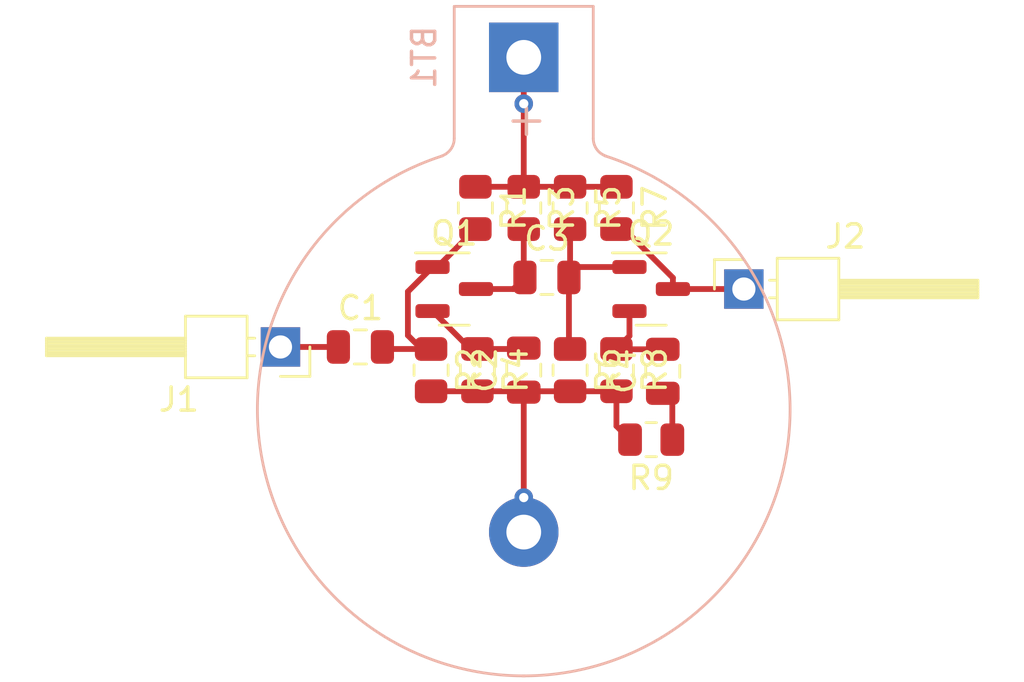
<source format=kicad_pcb>
(kicad_pcb (version 20210108) (generator pcbnew)
  (layers (0 "F.Cu" signal) (31 "B.Cu" signal) (34 "B.Paste" user) (35 "F.Paste" user) (36 "B.SilkS" user "B.Silkscreen") (37 "F.SilkS" user "F.Silkscreen") (38 "B.Mask" user) (39 "F.Mask" user) (44 "Edge.Cuts" user))
  (net 0 "")
  (net 1 "Net-(C1-Pad2)")
  (net 2 "Net-(C1-Pad1)")
  (net 3 "Net-(C2-Pad2)")
  (net 4 "GND")
  (net 5 "Net-(C3-Pad2)")
  (net 6 "Net-(C3-Pad1)")
  (net 7 "Net-(C4-Pad2)")
  (net 8 "Net-(C4-Pad1)")
  (net 9 "Net-(Q2-Pad3)")
  (net 10 "+9V")
  (footprint "Resistor_SMD:R_0805_2012Metric" (layer "F.Cu") (at 53.5 44 -90)
    (fp_text reference "R6" (at 0 -1.65 90) (layer "F.SilkS"))
    (fp_text value "1k")
    (fp_line (start -0.227064 0.735) (end 0.227064 0.735) (layer "F.SilkS") (width 0.12))
    (fp_line (start -0.227064 -0.735) (end 0.227064 -0.735) (layer "F.SilkS") (width 0.12))
    (pad "1" smd roundrect (at -0.9125 0 270) (size 1.025 1.4) (layers "F.Cu" "F.Paste" "F.Mask") (roundrect_rratio 0.243902) (net 5 "Net-(C3-Pad2)"))
    (pad "2" smd roundrect (at 0.9125 0 270) (size 1.025 1.4) (layers "F.Cu" "F.Paste" "F.Mask") (roundrect_rratio 0.243902) (net 4 "GND"))
  )
  (footprint "Connector_PinHeader_2.54mm:PinHeader_1x01_P2.54mm_Horizontal" (layer "F.Cu") (at 61 40.5)
    (fp_text reference "J2" (at 4.385 -2.27) (layer "F.SilkS"))
    (fp_text value "Conn_01x01_Female")
    (fp_line (start 1.11 0.38) (end 1.44 0.38) (layer "F.SilkS") (width 0.12))
    (fp_line (start 1.44 -1.33) (end 1.44 1.33) (layer "F.SilkS") (width 0.12))
    (fp_line (start 4.1 -0.08) (end 10.1 -0.08) (layer "F.SilkS") (width 0.12))
    (fp_line (start 4.1 -0.38) (end 10.1 -0.38) (layer "F.SilkS") (width 0.12))
    (fp_line (start -1.27 -1.27) (end 0 -1.27) (layer "F.SilkS") (width 0.12))
    (fp_line (start 4.1 -1.33) (end 1.44 -1.33) (layer "F.SilkS") (width 0.12))
    (fp_line (start 4.1 0.28) (end 10.1 0.28) (layer "F.SilkS") (width 0.12))
    (fp_line (start 4.1 0.04) (end 10.1 0.04) (layer "F.SilkS") (width 0.12))
    (fp_line (start -1.27 0) (end -1.27 -1.27) (layer "F.SilkS") (width 0.12))
    (fp_line (start 1.44 1.33) (end 4.1 1.33) (layer "F.SilkS") (width 0.12))
    (fp_line (start 10.1 0.38) (end 4.1 0.38) (layer "F.SilkS") (width 0.12))
    (fp_line (start 4.1 1.33) (end 4.1 -1.33) (layer "F.SilkS") (width 0.12))
    (fp_line (start 1.11 -0.38) (end 1.44 -0.38) (layer "F.SilkS") (width 0.12))
    (fp_line (start 4.1 0.16) (end 10.1 0.16) (layer "F.SilkS") (width 0.12))
    (fp_line (start 4.1 -0.32) (end 10.1 -0.32) (layer "F.SilkS") (width 0.12))
    (fp_line (start 10.1 -0.38) (end 10.1 0.38) (layer "F.SilkS") (width 0.12))
    (fp_line (start 4.1 -0.2) (end 10.1 -0.2) (layer "F.SilkS") (width 0.12))
    (pad "1" thru_hole rect (at 0 0) (size 1.7 1.7) (drill 1) (layers *.Cu *.Mask) (net 9 "Net-(Q2-Pad3)"))
  )
  (footprint "Capacitor_SMD:C_0805_2012Metric" (layer "F.Cu") (at 57.5 44.05 90)
    (fp_text reference "C4" (at 0 -1.68 90) (layer "F.SilkS"))
    (fp_text value "20uF")
    (fp_line (start -0.261252 0.735) (end 0.261252 0.735) (layer "F.SilkS") (width 0.12))
    (fp_line (start -0.261252 -0.735) (end 0.261252 -0.735) (layer "F.SilkS") (width 0.12))
    (pad "1" smd roundrect (at -0.95 0 90) (size 1 1.45) (layers "F.Cu" "F.Paste" "F.Mask") (net 8 "Net-(C4-Pad1)"))
    (pad "2" smd roundrect (at 0.95 0 90) (size 1 1.45) (layers "F.Cu" "F.Paste" "F.Mask") (net 7 "Net-(C4-Pad2)"))
  )
  (footprint "Resistor_SMD:R_0805_2012Metric" (layer "F.Cu") (at 53.5 37 -90)
    (fp_text reference "R5" (at 0 -1.65 90) (layer "F.SilkS"))
    (fp_text value "4k7")
    (fp_line (start -0.227064 -0.735) (end 0.227064 -0.735) (layer "F.SilkS") (width 0.12))
    (fp_line (start -0.227064 0.735) (end 0.227064 0.735) (layer "F.SilkS") (width 0.12))
    (pad "1" smd roundrect (at -0.9125 0 270) (size 1.025 1.4) (layers "F.Cu" "F.Paste" "F.Mask") (roundrect_rratio 0.243902) (net 10 "+9V"))
    (pad "2" smd roundrect (at 0.9125 0 270) (size 1.025 1.4) (layers "F.Cu" "F.Paste" "F.Mask") (roundrect_rratio 0.243902) (net 5 "Net-(C3-Pad2)"))
  )
  (footprint "Capacitor_SMD:C_0805_2012Metric" (layer "F.Cu") (at 51.5 44 90)
    (fp_text reference "C2" (at 0 -1.68 90) (layer "F.SilkS"))
    (fp_text value "20uF")
    (fp_line (start -0.261252 0.735) (end 0.261252 0.735) (layer "F.SilkS") (width 0.12))
    (fp_line (start -0.261252 -0.735) (end 0.261252 -0.735) (layer "F.SilkS") (width 0.12))
    (pad "1" smd roundrect (at -0.95 0 90) (size 1 1.45) (layers "F.Cu" "F.Paste" "F.Mask") (net 4 "GND"))
    (pad "2" smd roundrect (at 0.95 0 90) (size 1 1.45) (layers "F.Cu" "F.Paste" "F.Mask") (net 3 "Net-(C2-Pad2)"))
  )
  (footprint "Resistor_SMD:R_0805_2012Metric" (layer "F.Cu") (at 47.5 44 -90)
    (fp_text reference "R2" (at 0 -1.65 90) (layer "F.SilkS"))
    (fp_text value "1k")
    (fp_line (start -0.227064 0.735) (end 0.227064 0.735) (layer "F.SilkS") (width 0.12))
    (fp_line (start -0.227064 -0.735) (end 0.227064 -0.735) (layer "F.SilkS") (width 0.12))
    (pad "1" smd roundrect (at -0.9125 0 270) (size 1.025 1.4) (layers "F.Cu" "F.Paste" "F.Mask") (roundrect_rratio 0.243902) (net 1 "Net-(C1-Pad2)"))
    (pad "2" smd roundrect (at 0.9125 0 270) (size 1.025 1.4) (layers "F.Cu" "F.Paste" "F.Mask") (roundrect_rratio 0.243902) (net 4 "GND"))
  )
  (footprint "Resistor_SMD:R_0805_2012Metric" (layer "F.Cu") (at 49.4125 37 -90)
    (fp_text reference "R1" (at 0 -1.65 90) (layer "F.SilkS"))
    (fp_text value "4k7")
    (fp_line (start -0.227064 -0.735) (end 0.227064 -0.735) (layer "F.SilkS") (width 0.12))
    (fp_line (start -0.227064 0.735) (end 0.227064 0.735) (layer "F.SilkS") (width 0.12))
    (pad "1" smd roundrect (at -0.9125 0 270) (size 1.025 1.4) (layers "F.Cu" "F.Paste" "F.Mask") (roundrect_rratio 0.243902) (net 10 "+9V"))
    (pad "2" smd roundrect (at 0.9125 0 270) (size 1.025 1.4) (layers "F.Cu" "F.Paste" "F.Mask") (roundrect_rratio 0.243902) (net 1 "Net-(C1-Pad2)"))
  )
  (footprint "Resistor_SMD:R_0805_2012Metric" (layer "F.Cu") (at 57 47 180)
    (fp_text reference "R9" (at 0 -1.65) (layer "F.SilkS"))
    (fp_text value "50R")
    (fp_line (start -0.227064 0.735) (end 0.227064 0.735) (layer "F.SilkS") (width 0.12))
    (fp_line (start -0.227064 -0.735) (end 0.227064 -0.735) (layer "F.SilkS") (width 0.12))
    (pad "1" smd roundrect (at -0.9125 0 180) (size 1.025 1.4) (layers "F.Cu" "F.Paste" "F.Mask") (roundrect_rratio 0.243902) (net 8 "Net-(C4-Pad1)"))
    (pad "2" smd roundrect (at 0.9125 0 180) (size 1.025 1.4) (layers "F.Cu" "F.Paste" "F.Mask") (roundrect_rratio 0.243902) (net 4 "GND"))
  )
  (footprint "Capacitor_SMD:C_0805_2012Metric" (layer "F.Cu") (at 52.5 40)
    (fp_text reference "C3" (at 0 -1.68) (layer "F.SilkS"))
    (fp_text value "1uF")
    (fp_line (start -0.261252 -0.735) (end 0.261252 -0.735) (layer "F.SilkS") (width 0.12))
    (fp_line (start -0.261252 0.735) (end 0.261252 0.735) (layer "F.SilkS") (width 0.12))
    (pad "1" smd roundrect (at -0.95 0) (size 1 1.45) (layers "F.Cu" "F.Paste" "F.Mask") (net 6 "Net-(C3-Pad1)"))
    (pad "2" smd roundrect (at 0.95 0) (size 1 1.45) (layers "F.Cu" "F.Paste" "F.Mask") (net 5 "Net-(C3-Pad2)"))
  )
  (footprint "Resistor_SMD:R_0805_2012Metric" (layer "F.Cu") (at 49.5 44 -90)
    (fp_text reference "R4" (at 0 -1.65 90) (layer "F.SilkS"))
    (fp_text value "1k")
    (fp_line (start -0.227064 0.735) (end 0.227064 0.735) (layer "F.SilkS") (width 0.12))
    (fp_line (start -0.227064 -0.735) (end 0.227064 -0.735) (layer "F.SilkS") (width 0.12))
    (pad "1" smd roundrect (at -0.9125 0 270) (size 1.025 1.4) (layers "F.Cu" "F.Paste" "F.Mask") (roundrect_rratio 0.243902) (net 3 "Net-(C2-Pad2)"))
    (pad "2" smd roundrect (at 0.9125 0 270) (size 1.025 1.4) (layers "F.Cu" "F.Paste" "F.Mask") (roundrect_rratio 0.243902) (net 4 "GND"))
  )
  (footprint "Resistor_SMD:R_0805_2012Metric" (layer "F.Cu") (at 51.5 37 -90)
    (fp_text reference "R3" (at 0 -1.65 90) (layer "F.SilkS"))
    (fp_text value "4k7")
    (fp_line (start -0.227064 0.735) (end 0.227064 0.735) (layer "F.SilkS") (width 0.12))
    (fp_line (start -0.227064 -0.735) (end 0.227064 -0.735) (layer "F.SilkS") (width 0.12))
    (pad "1" smd roundrect (at -0.9125 0 270) (size 1.025 1.4) (layers "F.Cu" "F.Paste" "F.Mask") (roundrect_rratio 0.243902) (net 10 "+9V"))
    (pad "2" smd roundrect (at 0.9125 0 270) (size 1.025 1.4) (layers "F.Cu" "F.Paste" "F.Mask") (roundrect_rratio 0.243902) (net 6 "Net-(C3-Pad1)"))
  )
  (footprint "Package_TO_SOT_SMD:SOT-23" (layer "F.Cu") (at 57 40.5)
    (fp_text reference "Q2" (at 0 -2.4) (layer "F.SilkS"))
    (fp_text value "BC847")
    (fp_line (start 0 1.56) (end 0.65 1.56) (layer "F.SilkS") (width 0.12))
    (fp_line (start 0 -1.56) (end 0.65 -1.56) (layer "F.SilkS") (width 0.12))
    (fp_line (start 0 1.56) (end -0.65 1.56) (layer "F.SilkS") (width 0.12))
    (fp_line (start 0 -1.56) (end -1.675 -1.56) (layer "F.SilkS") (width 0.12))
    (pad "1" smd roundrect (at -0.9375 -0.95) (size 1.475 0.6) (layers "F.Cu" "F.Paste" "F.Mask") (net 5 "Net-(C3-Pad2)"))
    (pad "2" smd roundrect (at -0.9375 0.95) (size 1.475 0.6) (layers "F.Cu" "F.Paste" "F.Mask") (net 7 "Net-(C4-Pad2)"))
    (pad "3" smd roundrect (at 0.9375 0) (size 1.475 0.6) (layers "F.Cu" "F.Paste" "F.Mask") (net 9 "Net-(Q2-Pad3)"))
  )
  (footprint "Capacitor_SMD:C_0805_2012Metric" (layer "F.Cu") (at 44.45 43)
    (fp_text reference "C1" (at 0 -1.68) (layer "F.SilkS"))
    (fp_text value "1uF")
    (fp_line (start -0.261252 -0.735) (end 0.261252 -0.735) (layer "F.SilkS") (width 0.12))
    (fp_line (start -0.261252 0.735) (end 0.261252 0.735) (layer "F.SilkS") (width 0.12))
    (pad "1" smd roundrect (at -0.95 0) (size 1 1.45) (layers "F.Cu" "F.Paste" "F.Mask") (net 2 "Net-(C1-Pad1)"))
    (pad "2" smd roundrect (at 0.95 0) (size 1 1.45) (layers "F.Cu" "F.Paste" "F.Mask") (net 1 "Net-(C1-Pad2)"))
  )
  (footprint "Package_TO_SOT_SMD:SOT-23" (layer "F.Cu") (at 48.5 40.5)
    (fp_text reference "Q1" (at 0 -2.4) (layer "F.SilkS"))
    (fp_text value "BC847")
    (fp_line (start 0 -1.56) (end -1.675 -1.56) (layer "F.SilkS") (width 0.12))
    (fp_line (start 0 -1.56) (end 0.65 -1.56) (layer "F.SilkS") (width 0.12))
    (fp_line (start 0 1.56) (end 0.65 1.56) (layer "F.SilkS") (width 0.12))
    (fp_line (start 0 1.56) (end -0.65 1.56) (layer "F.SilkS") (width 0.12))
    (pad "1" smd roundrect (at -0.9375 -0.95) (size 1.475 0.6) (layers "F.Cu" "F.Paste" "F.Mask") (net 1 "Net-(C1-Pad2)"))
    (pad "2" smd roundrect (at -0.9375 0.95) (size 1.475 0.6) (layers "F.Cu" "F.Paste" "F.Mask") (net 3 "Net-(C2-Pad2)"))
    (pad "3" smd roundrect (at 0.9375 0) (size 1.475 0.6) (layers "F.Cu" "F.Paste" "F.Mask") (net 6 "Net-(C3-Pad1)"))
  )
  (footprint "Connector_PinHeader_2.54mm:PinHeader_1x01_P2.54mm_Horizontal" (layer "F.Cu") (at 41 43 180)
    (fp_text reference "J1" (at 4.385 -2.27) (layer "F.SilkS"))
    (fp_text value "Conn_01x01_Female")
    (fp_line (start 1.44 1.33) (end 4.1 1.33) (layer "F.SilkS") (width 0.12))
    (fp_line (start -1.27 0) (end -1.27 -1.27) (layer "F.SilkS") (width 0.12))
    (fp_line (start 4.1 0.28) (end 10.1 0.28) (layer "F.SilkS") (width 0.12))
    (fp_line (start 10.1 -0.38) (end 10.1 0.38) (layer "F.SilkS") (width 0.12))
    (fp_line (start 4.1 0.04) (end 10.1 0.04) (layer "F.SilkS") (width 0.12))
    (fp_line (start 4.1 1.33) (end 4.1 -1.33) (layer "F.SilkS") (width 0.12))
    (fp_line (start 4.1 -0.2) (end 10.1 -0.2) (layer "F.SilkS") (width 0.12))
    (fp_line (start 4.1 -0.08) (end 10.1 -0.08) (layer "F.SilkS") (width 0.12))
    (fp_line (start 4.1 -0.38) (end 10.1 -0.38) (layer "F.SilkS") (width 0.12))
    (fp_line (start -1.27 -1.27) (end 0 -1.27) (layer "F.SilkS") (width 0.12))
    (fp_line (start 1.44 -1.33) (end 1.44 1.33) (layer "F.SilkS") (width 0.12))
    (fp_line (start 4.1 0.16) (end 10.1 0.16) (layer "F.SilkS") (width 0.12))
    (fp_line (start 1.11 -0.38) (end 1.44 -0.38) (layer "F.SilkS") (width 0.12))
    (fp_line (start 4.1 -1.33) (end 1.44 -1.33) (layer "F.SilkS") (width 0.12))
    (fp_line (start 4.1 -0.32) (end 10.1 -0.32) (layer "F.SilkS") (width 0.12))
    (fp_line (start 1.11 0.38) (end 1.44 0.38) (layer "F.SilkS") (width 0.12))
    (fp_line (start 10.1 0.38) (end 4.1 0.38) (layer "F.SilkS") (width 0.12))
    (pad "1" thru_hole rect (at 0 0 180) (size 1.7 1.7) (drill 1) (layers *.Cu *.Mask) (net 2 "Net-(C1-Pad1)"))
  )
  (footprint "Resistor_SMD:R_0805_2012Metric" (layer "F.Cu") (at 55.5 37 -90)
    (fp_text reference "R7" (at 0 -1.65 90) (layer "F.SilkS"))
    (fp_text value "4k7")
    (fp_line (start -0.227064 0.735) (end 0.227064 0.735) (layer "F.SilkS") (width 0.12))
    (fp_line (start -0.227064 -0.735) (end 0.227064 -0.735) (layer "F.SilkS") (width 0.12))
    (pad "1" smd roundrect (at -0.9125 0 270) (size 1.025 1.4) (layers "F.Cu" "F.Paste" "F.Mask") (roundrect_rratio 0.243902) (net 10 "+9V"))
    (pad "2" smd roundrect (at 0.9125 0 270) (size 1.025 1.4) (layers "F.Cu" "F.Paste" "F.Mask") (roundrect_rratio 0.243902) (net 9 "Net-(Q2-Pad3)"))
  )
  (footprint "Resistor_SMD:R_0805_2012Metric" (layer "F.Cu") (at 55.5 44 -90)
    (fp_text reference "R8" (at 0 -1.65 90) (layer "F.SilkS"))
    (fp_text value "1k")
    (fp_line (start -0.227064 0.735) (end 0.227064 0.735) (layer "F.SilkS") (width 0.12))
    (fp_line (start -0.227064 -0.735) (end 0.227064 -0.735) (layer "F.SilkS") (width 0.12))
    (pad "1" smd roundrect (at -0.9125 0 270) (size 1.025 1.4) (layers "F.Cu" "F.Paste" "F.Mask") (roundrect_rratio 0.243902) (net 7 "Net-(C4-Pad2)"))
    (pad "2" smd roundrect (at 0.9125 0 270) (size 1.025 1.4) (layers "F.Cu" "F.Paste" "F.Mask") (roundrect_rratio 0.243902) (net 4 "GND"))
  )
  (footprint "Battery:BatteryHolder_Keystone_103_1x20mm" (layer "B.Cu") (at 51.5 30.5 -90)
    (fp_text reference "BT1" (at 0 4.3 -90) (layer "B.SilkS") (effects (justify mirror)))
    (fp_text value "Battery_Cell")
    (fp_text user "+" (at 2.75 0 -90) (layer "B.SilkS") (effects (font (size 1.5 1.5)) (justify mirror)))
    (fp_line (start -2.2 3) (end 3.5 3) (layer "B.SilkS") (width 0.12))
    (fp_line (start -2.2 -3) (end -2.2 3) (layer "B.SilkS") (width 0.12))
    (fp_line (start -2.2 -3) (end 3.5 -3) (layer "B.SilkS") (width 0.12))
    (fp_arc (start 3.5 -3.8) (end 3.5 -3) (angle -70) (layer "B.SilkS") (width 0.12))
    (fp_arc (start 15.2 0) (end 4.25 -3.5) (angle 162.5) (layer "B.SilkS") (width 0.12))
    (fp_arc (start 3.5 3.8) (end 3.5 3) (angle 70) (layer "B.SilkS") (width 0.12))
    (fp_arc (start 15.2 0) (end 4.25 3.5) (angle -162.5) (layer "B.SilkS") (width 0.12))
    (pad "1" thru_hole rect (at 0 0 270) (size 3 3) (drill 1.5) (layers *.Cu *.Mask) (net 10 "+9V"))
    (pad "2" thru_hole circle (at 20.49 0 270) (size 3 3) (drill 1.5) (layers *.Cu *.Mask) (net 4 "GND"))
  )
  (segment (start 47.5 43.0875) (end 45.4875 43.0875) (width 0.25) (layer "F.Cu") (net 1))
  (segment (start 47.0875 43.0875) (end 47.5 43.0875) (width 0.25) (layer "F.Cu") (net 1))
  (segment (start 46.49998 42.49998) (end 47.0875 43.0875) (width 0.25) (layer "F.Cu") (net 1))
  (segment (start 46.49998 40.61252) (end 46.49998 42.49998) (width 0.25) (layer "F.Cu") (net 1))
  (segment (start 47.775 39.55) (end 47.5625 39.55) (width 0.25) (layer "F.Cu") (net 1))
  (segment (start 47.5625 39.55) (end 46.49998 40.61252) (width 0.25) (layer "F.Cu") (net 1))
  (segment (start 49.4125 37.9125) (end 47.775 39.55) (width 0.25) (layer "F.Cu") (net 1))
  (segment (start 45.4875 43.0875) (end 45.4 43) (width 0.25) (layer "F.Cu") (net 1))
  (segment (start 43.5 43) (end 41 43) (width 0.25) (layer "F.Cu") (net 2))
  (segment (start 51.4625 43.0875) (end 51.5 43.05) (width 0.25) (layer "F.Cu") (net 3))
  (segment (start 49.5 43.0875) (end 51.4625 43.0875) (width 0.25) (layer "F.Cu") (net 3))
  (segment (start 49.2 43.0875) (end 49.5 43.0875) (width 0.25) (layer "F.Cu") (net 3))
  (segment (start 47.5625 41.45) (end 49.2 43.0875) (width 0.25) (layer "F.Cu") (net 3))
  (segment (start 51.5 49.5) (end 51.5 44.95) (width 0.25) (layer "F.Cu") (net 4))
  (segment (start 51.5 49.5) (end 51.5 50.99) (width 0.25) (layer "F.Cu") (net 4))
  (segment (start 55.5 46.4125) (end 56.0875 47) (width 0.25) (layer "F.Cu") (net 4))
  (segment (start 55.5 44.9125) (end 55.5 46.4125) (width 0.25) (layer "F.Cu") (net 4))
  (segment (start 47.5 44.9125) (end 55.5 44.9125) (width 0.25) (layer "F.Cu") (net 4))
  (via (at 51.5 49.5) (size 0.8) (drill 0.4) (layers "F.Cu" "B.Cu") (net 4))
  (segment (start 53.5 37.9125) (end 53.5 39.95) (width 0.25) (layer "F.Cu") (net 5))
  (segment (start 53.9 39.55) (end 53.45 40) (width 0.25) (layer "F.Cu") (net 5))
  (segment (start 53.5 39.95) (end 53.45 40) (width 0.25) (layer "F.Cu") (net 5))
  (segment (start 53.45 43.0375) (end 53.5 43.0875) (width 0.25) (layer "F.Cu") (net 5))
  (segment (start 53.45 40) (end 53.45 43.0375) (width 0.25) (layer "F.Cu") (net 5))
  (segment (start 56.0625 39.55) (end 53.9 39.55) (width 0.25) (layer "F.Cu") (net 5))
  (segment (start 51.5 39.95) (end 51.55 40) (width 0.25) (layer "F.Cu") (net 6))
  (segment (start 51.05 40.5) (end 51.55 40) (width 0.25) (layer "F.Cu") (net 6))
  (segment (start 49.4375 40.5) (end 51.05 40.5) (width 0.25) (layer "F.Cu") (net 6))
  (segment (start 51.5 37.9125) (end 51.5 39.95) (width 0.25) (layer "F.Cu") (net 6))
  (segment (start 56.0625 41.45) (end 56.0625 42.525) (width 0.25) (layer "F.Cu") (net 7))
  (segment (start 56.0625 42.525) (end 55.5 43.0875) (width 0.25) (layer "F.Cu") (net 7))
  (segment (start 57.5 43.1) (end 55.5125 43.1) (width 0.25) (layer "F.Cu") (net 7))
  (segment (start 55.5125 43.1) (end 55.5 43.0875) (width 0.25) (layer "F.Cu") (net 7))
  (segment (start 57.9125 45.4125) (end 57.5 45) (width 0.25) (layer "F.Cu") (net 8))
  (segment (start 57.9125 47) (end 57.9125 45.4125) (width 0.25) (layer "F.Cu") (net 8))
  (segment (start 57.9375 40.5) (end 57.9375 40.01572) (width 0.25) (layer "F.Cu") (net 9))
  (segment (start 55.83428 37.9125) (end 55.5 37.9125) (width 0.25) (layer "F.Cu") (net 9))
  (segment (start 57.9375 40.01572) (end 55.83428 37.9125) (width 0.25) (layer "F.Cu") (net 9))
  (segment (start 57.9375 40.5) (end 61 40.5) (width 0.25) (layer "F.Cu") (net 9))
  (segment (start 51.5 32.5) (end 51.5 36.0875) (width 0.25) (layer "F.Cu") (net 10))
  (segment (start 51.5 32.5) (end 51.5 30.5) (width 0.25) (layer "F.Cu") (net 10))
  (segment (start 49.4125 36.0875) (end 55.5 36.0875) (width 0.25) (layer "F.Cu") (net 10))
  (via (at 51.5 32.5) (size 0.8) (drill 0.4) (layers "F.Cu" "B.Cu") (net 10))
)
</source>
